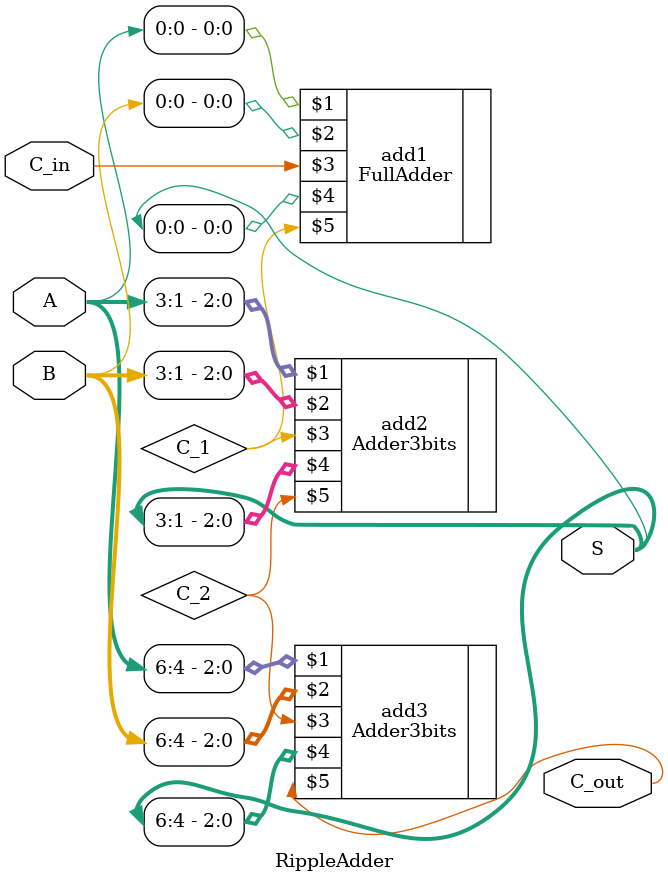
<source format=sv>
`timescale 1ns / 1ps

module RippleAdder(
        input logic [6:0] A, B,
        input logic C_in,
        output logic [6:0] S,
        output logic C_out);
        
        //Internal Conn.
        logic C_1, C_2;
        
        //Adders
        FullAdder add1(A[0], B[0], C_in, S[0], C_1);
        Adder3bits add2(A[3:1], B[3:1], C_1, S[3:1], C_2);
        Adder3bits add3(A[6:4], B[6:4], C_2, S[6:4], C_out);
endmodule

</source>
